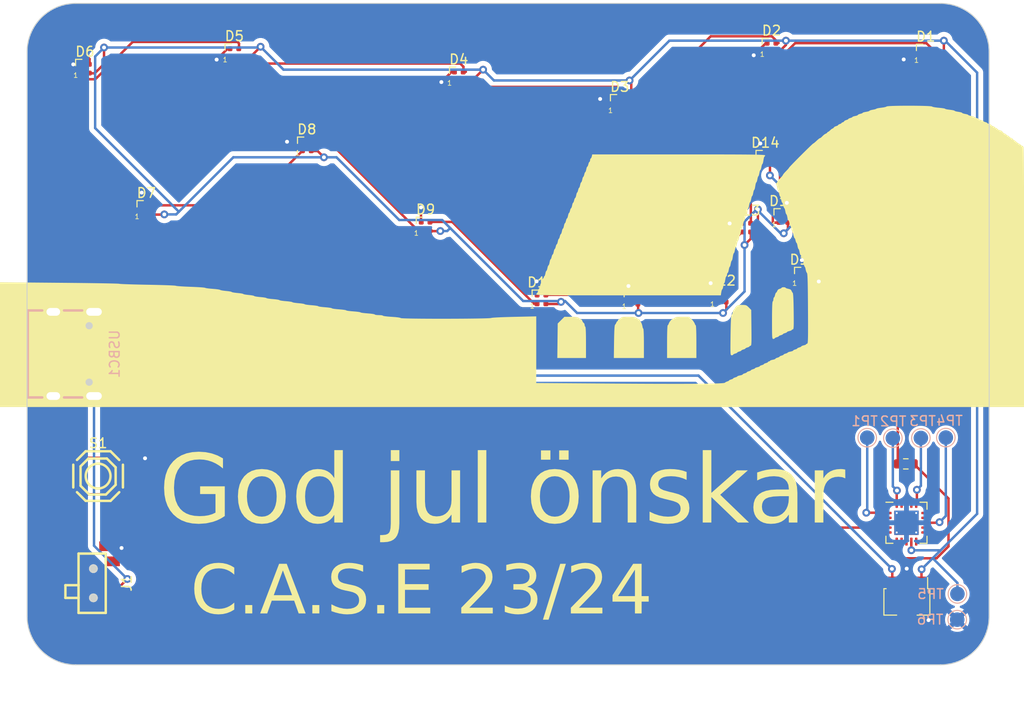
<source format=kicad_pcb>
(kicad_pcb (version 20240108) (generator "pcbnew") (generator_version "8.0")
  (layers (0 "F.Cu" signal) (31 "B.Cu" signal) (34 "B.Paste" user) (35 "F.Paste" user) (36 "B.SilkS" user "B.Silkscreen") (37 "F.SilkS" user "F.Silkscreen") (38 "B.Mask" user) (39 "F.Mask" user) (44 "Edge.Cuts" user))
  (net 0 "")
  (net 1 "Net-(D1-DOUT)")
  (net 2 "GND")
  (net 3 "Net-(D2-DOUT)")
  (net 4 "Net-(D3-DOUT)")
  (net 5 "Net-(D4-DOUT)")
  (net 6 "Net-(D5-DOUT)")
  (net 7 "Net-(D6-DOUT)")
  (net 8 "Net-(D7-DOUT)")
  (net 9 "Net-(D8-DOUT)")
  (net 10 "Net-(D10-DIN)")
  (net 11 "Net-(D10-DOUT)")
  (net 12 "Net-(D11-DOUT)")
  (net 13 "Net-(D12-DOUT)")
  (net 14 "Net-(D13-DOUT)")
  (net 15 "Net-(D14-DOUT)")
  (net 16 "Net-(D15-DOUT)")
  (net 24 "Net-(U1-PA4)")
  (net 27 "Net-(U1-~{RESET}{slash}PB3)")
  (net 31 "Net-(U1-PA6)")
  (net 33 "Net-(D1-DIN)")
  (net 34 "Net-(J1-COM)")
  (net 35 "Net-(U1-AREF{slash}PA0)")
  (net 36 "Net-(U1-PA5)")
  (net 38 "VCC_REG")
  (net 39 "Net-(U2-IN)")
  (net 43 "Net-(U1-PA1)")
  (footprint "LED_SMD:LED_SK6812_EC15_1.5x1.5mm" (layer "F.Cu") (at 149.020075 86.619201)
    (property "Reference" "D14")
    (property "Value" "SK6805")
  )
  (footprint "LED_SMD:LED_SK6812_EC15_1.5x1.5mm" (layer "F.Cu") (at 144.538947 100.789957)
    (property "Reference" "D12")
    (property "Value" "SK6805")
  )
  (footprint "Resistor_SMD:R_0603_1608Metric" (layer "F.Cu") (at 163.444654 117.873176 180)
    (property "Reference" "R1" (hide yes))
    (property "Value" "470" (hide yes))
  )
  (footprint "Package_TO_SOT_SMD:SOT-89-3" (layer "F.Cu") (at 163.554247 132.054485 -90)
    (property "Reference" "U2" (hide yes))
    (property "Value" "L78L05_SOT89" (hide yes))
  )
  (footprint "ProLib_pcs_2024-11-12:SW-SMD_3P-P1.50_L2.7-W6.6" (layer "F.Cu") (at 80.474644 130.139317 -90)
    (property "Reference" "J1")
    (property "Value" "SK-3296S-01-L1")
    (fp_poly (pts (xy -1.05 0.459) (xy -1.068228 0.33222) (xy -1.121436 0.215712) (xy -1.205313 0.118913) (xy -1.313063 0.049666) (xy -1.435958 0.01358) (xy -1.564042 0.01358) (xy -1.686937 0.049666) (xy -1.794687 0.118913) (xy -1.878564 0.215712) (xy -1.931772 0.33222) (xy -1.95 0.459) (xy -1.931772 0.58578) (xy -1.878564 0.702288) (xy -1.794687 0.799087) (xy -1.686937 0.868334) (xy -1.564042 0.90442) (xy -1.435958 0.90442) (xy -1.313063 0.868334) (xy -1.205313 0.799087) (xy -1.121436 0.702288) (xy -1.068228 0.58578)) (fill solid) (layer "Edge.Cuts"))
    (fp_poly (pts (xy 1.95 0.459) (xy 1.931772 0.33222) (xy 1.878564 0.215712) (xy 1.794687 0.118913) (xy 1.686937 0.049666) (xy 1.564042 0.01358) (xy 1.435958 0.01358) (xy 1.313063 0.049666) (xy 1.205313 0.118913) (xy 1.121436 0.215712) (xy 1.068228 0.33222) (xy 1.05 0.459) (xy 1.068228 0.58578) (xy 1.121436 0.702288) (xy 1.205313 0.799087) (xy 1.313063 0.868334) (xy 1.435958 0.90442) (xy 1.564042 0.90442) (xy 1.686937 0.868334) (xy 1.794687 0.799087) (xy 1.878564 0.702288) (xy 1.931772 0.58578)) (fill solid) (layer "Edge.Cuts"))
  )
  (footprint "LED_SMD:LED_SK6812_EC15_1.5x1.5mm" (layer "F.Cu") (at 114.130595 93.480523)
    (property "Reference" "D9")
    (property "Value" "SK6805")
  )
  (footprint "LED_SMD:LED_SK6812_EC15_1.5x1.5mm" (layer "F.Cu") (at 149.653278 75.098155)
    (property "Reference" "D2")
    (property "Value" "SK6805")
  )
  (footprint "LED_SMD:LED_SK6812_EC15_1.5x1.5mm" (layer "F.Cu") (at 150.864617 92.606466)
    (property "Reference" "D15")
    (property "Value" "SK6805")
  )
  (footprint "LED_SMD:LED_SK6812_EC15_1.5x1.5mm" (layer "F.Cu") (at 101.935621 85.2467)
    (property "Reference" "D8")
    (property "Value" "SK6805")
  )
  (footprint "gra:wwwwwwwwwwwwwwwwww" (layer "F.Cu") (at 122.974251 90.687729)
    (property "Reference" "G***" (hide yes))
    (property "Value" "LOGO" (hide yes))
  )
  (footprint "Package_DFN_QFN:QFN-20-1EP_4x4mm_P0.5mm_EP2.5x2.5mm_ThermalVias" (layer "F.Cu") (at 163.51041 123.922699)
    (property "Reference" "U1" (hide yes))
    (property "Value" "ATtiny44A-M" (hide yes))
  )
  (footprint "LED_SMD:LED_SK6812_EC15_1.5x1.5mm" (layer "F.Cu") (at 134.070128 80.8776)
    (property "Reference" "D3")
    (property "Value" "SK6805")
  )
  (footprint "LED_SMD:LED_SK6812_EC15_1.5x1.5mm" (layer "F.Cu") (at 94.493551 75.660598)
    (property "Reference" "D5")
    (property "Value" "SK6805")
  )
  (footprint "LED_SMD:LED_SK6812_EC15_1.5x1.5mm" (layer "F.Cu") (at 126.029939 100.9718)
    (property "Reference" "D10")
    (property "Value" "SK6805")
  )
  (footprint "LED_SMD:LED_SK6812_EC15_1.5x1.5mm" (layer "F.Cu") (at 165.493092 75.711875)
    (property "Reference" "D1")
    (property "Value" "SK6805")
  )
  (footprint "pushbutton:SW-SMD_4P-L5.1-W5.1-P3.70-LS6.5-TL_H1.5" (layer "F.Cu") (at 80.499405 119.124277)
    (property "Reference" "S1")
    (property "Value" "TS-1187A-B-A-B")
  )
  (footprint "LED_SMD:LED_SK6812_EC15_1.5x1.5mm" (layer "F.Cu") (at 85.452863 91.778432)
    (property "Reference" "D7")
    (property "Value" "SK6805")
  )
  (footprint "LED_SMD:LED_SK6812_EC15_1.5x1.5mm" (layer "F.Cu") (at 147.055928 93.593768)
    (property "Reference" "D13")
    (property "Value" "SK6805")
  )
  (footprint "LED_SMD:LED_SK6812_EC15_1.5x1.5mm" (layer "F.Cu") (at 117.541637 78.057412)
    (property "Reference" "D4")
    (property "Value" "SK6805")
  )
  (footprint "LED_SMD:LED_SK6812_EC15_1.5x1.5mm" (layer "F.Cu") (at 79.148571 77.260787)
    (property "Reference" "D6")
    (property "Value" "SK6805")
  )
  (footprint "LED_SMD:LED_SK6812_EC15_1.5x1.5mm" (layer "F.Cu") (at 152.975158 98.63382)
    (property "Reference" "D16")
    (property "Value" "SK6805")
  )
  (footprint "LED_SMD:LED_SK6812_EC15_1.5x1.5mm" (layer "F.Cu") (at 135.479275 101.010766)
    (property "Reference" "D11")
    (property "Value" "SK6805")
  )
  (footprint "TestPoint:TestPoint_Pad_D1.5mm" (layer "B.Cu") (at 162.113832 115.229697 180)
    (property "Reference" "TP2")
    (property "Value" "TestPoint2" (hide yes))
  )
  (footprint "TestPoint:TestPoint_Pad_D1.5mm" (layer "B.Cu") (at 164.99199 115.209818 180)
    (property "Reference" "TP3")
    (property "Value" "TestPoint3" (hide yes))
  )
  (footprint "TestPoint:TestPoint_Pad_D1.5mm" (layer "B.Cu") (at 159.481769 115.179092 180)
    (property "Reference" "TP1")
    (property "Value" "TestPoint1" (hide yes))
  )
  (footprint "TestPoint:TestPoint_Pad_D1.5mm" (layer "B.Cu") (at 168.723366 133.881067 180)
    (property "Reference" "TP6")
    (property "Value" "TestPoint6" (hide yes))
  )
  (footprint "usb_c:USB-C_SMD-TYPE-C-31-M-12" (layer "B.Cu") (at 78.374 106.575 90)
    (property "Reference" "USBC1")
    (property "Value" "TYPE-C-31-M-12")
    (fp_poly (pts (xy 3.275 1.2055) (xy 3.256646 1.321381) (xy 3.203381 1.425919) (xy 3.120419 1.508881) (xy 3.015881 1.562146) (xy 2.9 1.5805) (xy 2.784119 1.562146) (xy 2.679581 1.508881) (xy 2.596619 1.425919) (xy 2.543354 1.321381) (xy 2.525 1.2055) (xy 2.543354 1.089619) (xy 2.596619 0.985081) (xy 2.679581 0.902119) (xy 2.784119 0.848854) (xy 2.9 0.8305) (xy 3.015881 0.848854) (xy 3.120419 0.902119) (xy 3.203381 0.985081) (xy 3.256646 1.089619)) (fill solid) (layer "Edge.Cuts"))
    (fp_poly (pts (xy -2.525 1.2055) (xy -2.543354 1.321381) (xy -2.596619 1.425919) (xy -2.679581 1.508881) (xy -2.784119 1.562146) (xy -2.9 1.5805) (xy -3.015881 1.562146) (xy -3.120419 1.508881) (xy -3.203381 1.425919) (xy -3.256646 1.321381) (xy -3.275 1.2055) (xy -3.256646 1.089619) (xy -3.203381 0.985081) (xy -3.120419 0.902119) (xy -3.015881 0.848854) (xy -2.9 0.8305) (xy -2.784119 0.848854) (xy -2.679581 0.902119) (xy -2.596619 0.985081) (xy -2.543354 1.089619)) (fill solid) (layer "Edge.Cuts"))
  )
  (footprint "TestPoint:TestPoint_Pad_D1.5mm" (layer "B.Cu") (at 168.74385 131.234067 180)
    (property "Reference" "TP5")
    (property "Value" "TestPoint5" (hide yes))
  )
  (footprint "TestPoint:TestPoint_Pad_D1.5mm" (layer "B.Cu") (at 167.552501 115.16885 180)
    (property "Reference" "TP4")
    (property "Value" "TestPoint4" (hide yes))
  )
  (gr_arc (start 73.202279 75.548154) (mid 74.666746 72.012621) (end 78.202279 70.548154) (stroke (width 0.1)) (layer "Edge.Cuts"))
  (gr_line (start 73.202279 75.548154) (end 73.202279 133.519994) (stroke (width 0.1)) (layer "Edge.Cuts"))
  (gr_arc (start 78.202279 138.519994) (mid 74.666758 137.055523) (end 73.202279 133.519994) (stroke (width 0.1)) (layer "Edge.Cuts"))
  (gr_line (start 167.009027 70.548154) (end 78.202279 70.548154) (stroke (width 0.1)) (layer "Edge.Cuts"))
  (gr_arc (start 172.009027 133.519994) (mid 170.544568 137.055549) (end 167.009027 138.519994) (stroke (width 0.1)) (layer "Edge.Cuts"))
  (gr_arc (start 167.009027 70.548154) (mid 170.544522 72.012635) (end 172.009027 75.548154) (stroke (width 0.1)) (layer "Edge.Cuts"))
  (gr_line (start 172.009027 133.519994) (end 172.009027 75.548154) (stroke (width 0.1)) (layer "Edge.Cuts"))
  (gr_line (start 78.202279 138.519994) (end 167.009027 138.519994) (stroke (width 0.1)) (layer "Edge.Cuts"))
  (gr_text "C.A.S.E 23/24" (at 89.977554 134.0892 0) (layer "F.SilkS") (effects (font (size 5 5)) (justify left bottom)))
  (gr_text "God jul önskar" (at 121.977554 125.0892 0) (layer "F.SilkS") (effects (font (size 7 7)) (justify bottom)))
  (segment (start 149.178278 76.138845) (end 149.178278 75.573155) (width 0.25) (layer "F.Cu") (net 1))
  (segment (start 152.082905 74.636875) (end 150.546625 76.173155) (width 0.25) (layer "F.Cu") (net 1))
  (segment (start 165.968092 75.052367) (end 165.5526 74.636875) (width 0.25) (layer "F.Cu") (net 1))
  (segment (start 165.968092 75.236875) (end 165.968092 75.052367) (width 0.25) (layer "F.Cu") (net 1))
  (segment (start 149.212588 76.173155) (end 149.178278 76.138845) (width 0.25) (layer "F.Cu") (net 1))
  (segment (start 165.5526 74.636875) (end 152.082905 74.636875) (width 0.25) (layer "F.Cu") (net 1))
  (segment (start 150.546625 76.173155) (end 149.212588 76.173155) (width 0.25) (layer "F.Cu") (net 1))
  (segment (start 133.595128 80.4026) (end 132.084008 80.4026) (width 0.25) (layer "F.Cu") (net 2))
  (segment (start 149.083089 74.623155) (end 147.824793 75.881451) (width 0.25) (layer "F.Cu") (net 2))
  (segment (start 152.500158 97.203178) (end 152.770079 96.933257) (width 0.25) (layer "F.Cu") (net 2))
  (segment (start 113.655595 93.005523) (end 113.655595 91.523) (width 0.25) (layer "F.Cu") (net 2))
  (segment (start 149.178278 74.623155) (end 149.083089 74.623155) (width 0.25) (layer "F.Cu") (net 2))
  (segment (start 99.904356 84.7717) (end 99.900167 84.767511) (width 0.25) (layer "F.Cu") (net 2))
  (segment (start 144.063947 99.963593) (end 143.403227 99.302873) (width 0.25) (layer "F.Cu") (net 2))
  (segment (start 148.545075 84.98983) (end 148.503053 84.947808) (width 0.25) (layer "F.Cu") (net 2))
  (segment (start 93.813423 75.185598) (end 92.671121 76.3279) (width 0.25) (layer "F.Cu") (net 2))
  (segment (start 78.673571 76.785787) (end 77.981284 76.785787) (width 0.25) (layer "F.Cu") (net 2))
  (segment (start 77.981284 76.785787) (end 77.948335 76.818736) (width 0.25) (layer "F.Cu") (net 2))
  (segment (start 152.500158 98.15882) (end 152.500158 97.203178) (width 0.25) (layer "F.Cu") (net 2))
  (segment (start 145.397576 93.118768) (end 145.35215 93.164194) (width 0.25) (layer "F.Cu") (net 2))
  (segment (start 83.499405 117.249277) (end 85.270627 117.249277) (width 0.25) (layer "F.Cu") (net 2))
  (segment (start 132.084008 80.4026) (end 132.05311 80.371702) (width 0.25) (layer "F.Cu") (net 2))
  (segment (start 113.655595 91.523) (end 113.662829 91.515766) (width 0.25) (layer "F.Cu") (net 2))
  (segment (start 135.004275 99.635442) (end 134.963616 99.594783) (width 0.25) (layer "F.Cu") (net 2))
  (segment (start 163.51041 125.860199) (end 163.51041 123.922699) (width 0.25) (layer "F.Cu") (net 2))
  (segment (start 84.977863 89.996713) (end 84.978455 89.996121) (width 0.25) (layer "F.Cu") (net 2))
  (segment (start 150.389617 91.878559) (end 151.221584 91.046592) (width 0.25) (layer "F.Cu") (net 2))
  (segment (start 85.270627 117.249277) (end 85.318686 117.297336) (width 0.25) (layer "F.Cu") (net 2))
  (segment (start 150.389617 92.131466) (end 150.389617 91.878559) (width 0.25) (layer "F.Cu") (net 2))
  (segment (start 164.301152 75.236875) (end 163.227298 76.310729) (width 0.25) (layer "F.Cu") (net 2))
  (segment (start 84.977863 91.303432) (end 84.977863 89.996713) (width 0.25) (layer "F.Cu") (net 2))
  (segment (start 163.554247 131.707178) (end 163.554247 130.191985) (width 0.25) (layer "F.Cu") (net 2))
  (segment (start 135.004275 100.535766) (end 135.004275 99.635442) (width 0.25) (layer "F.Cu") (net 2))
  (segment (start 94.018551 75.185598) (end 93.813423 75.185598) (width 0.25) (layer "F.Cu") (net 2))
  (segment (start 165.776691 133.929622) (end 163.554247 131.707178) (width 0.25) (layer "F.Cu") (net 2))
  (segment (start 144.063947 100.314957) (end 144.063947 99.963593) (width 0.25) (layer "F.Cu") (net 2))
  (segment (start 165.018092 75.236875) (end 164.301152 75.236875) (width 0.25) (layer "F.Cu") (net 2))
  (segment (start 146.580928 93.118768) (end 145.397576 93.118768) (width 0.25) (layer "F.Cu") (net 2))
  (segment (start 101.460621 84.7717) (end 99.904356 84.7717) (width 0.25) (layer "F.Cu") (net 2))
  (segment (start 82.907011 126.515432) (end 82.907011 127.01595) (width 0.25) (layer "F.Cu") (net 2))
  (segment (start 83.499405 117.249277) (end 77.499405 117.249277) (width 0.25) (layer "F.Cu") (net 2))
  (segment (start 163.554247 128.655485) (end 163.536387 128.637625) (width 0.25) (layer "F.Cu") (net 2))
  (segment (start 125.554939 99.14085) (end 125.52808 99.113991) (width 0.25) (layer "F.Cu") (net 2))
  (segment (start 125.554939 100.4968) (end 125.554939 99.14085) (width 0.25) (layer "F.Cu") (net 2))
  (segment (start 163.554247 130.191985) (end 163.554247 128.655485) (width 0.25) (layer "F.Cu") (net 2))
  (segment (start 148.545075 86.144201) (end 148.545075 84.98983) (width 0.25) (layer "F.Cu") (net 2))
  (segment (start 82.907011 127.01595) (end 82.033644 127.889317) (width 0.25) (layer "F.Cu") (net 2))
  (segment (start 117.066637 77.582412) (end 116.804127 77.582412) (width 0.25) (layer "F.Cu") (net 2))
  (segment (start 116.804127 77.582412) (end 115.749121 78.637418) (width 0.25) (layer "F.Cu") (net 2))
  (via (at 84.978455 89.996121) (size 0.8) (drill 0.4) (layers "F.Cu" "B.Cu") (net 2))
  (via (at 113.662829 91.515766) (size 0.8) (drill 0.4) (layers "F.Cu" "B.Cu") (net 2))
  (via (at 77.948335 76.818736) (size 0.8) (drill 0.4) (layers "F.Cu" "B.Cu") (net 2))
  (via (at 82.907011 126.515432) (size 0.8) (drill 0.4) (layers "F.Cu" "B.Cu") (net 2))
  (via (at 85.318686 117.297336) (size 0.8) (drill 0.4) (layers "F.Cu" "B.Cu") (net 2))
  (via (at 148.503053 84.947808) (size 0.8) (drill 0.4) (layers "F.Cu" "B.Cu") (net 2))
  (via (at 152.770079 96.933257) (size 0.8) (drill 0.4) (layers "F.Cu" "B.Cu") (net 2))
  (via (at 132.05311 80.371702) (size 0.8) (drill 0.4) (layers "F.Cu" "B.Cu") (net 2))
  (via (at 145.35215 93.164194) (size 0.8) (drill 0.4) (layers "F.Cu" "B.Cu") (net 2))
  (via (at 134.963616 99.594783) (size 0.8) (drill 0.4) (layers "F.Cu" "B.Cu") (net 2))
  (via (at 165.776691 133.929622) (size 0.8) (drill 0.4) (layers "F.Cu" "B.Cu") (net 2))
  (via (at 92.671121 76.3279) (size 0.8) (drill 0.4) (layers "F.Cu" "B.Cu") (net 2))
  (via (at 147.824793 75.881451) (size 0.8) (drill 0.4) (layers "F.Cu" "B.Cu") (net 2))
  (via (at 143.403227 99.302873) (size 0.8) (drill 0.4) (layers "F.Cu" "B.Cu") (net 2))
  (via (at 163.536387 128.637625) (size 0.8) (drill 0.4) (layers "F.Cu" "B.Cu") (net 2))
  (via (at 163.227298 76.310729) (size 0.8) (drill 0.4) (layers "F.Cu" "B.Cu") (net 2))
  (via (at 125.52808 99.113991) (size 0.8) (drill 0.4) (layers "F.Cu" "B.Cu") (net 2))
  (via (at 99.900167 84.767511) (size 0.8) (drill 0.4) (layers "F.Cu" "B.Cu") (net 2))
  (via (at 151.221584 91.046592) (size 0.8) (drill 0.4) (layers "F.Cu" "B.Cu") (net 2))
  (via (at 115.749121 78.637418) (size 0.8) (drill 0.4) (layers "F.Cu" "B.Cu") (net 2))
  (segment (start 165.825246 133.881067) (end 165.776691 133.929622) (width 0.25) (layer "B.Cu") (net 2))
  (segment (start 150.378278 74.623155) (end 150.128278 74.623155) (width 0.25) (layer "F.Cu") (net 3))
  (segment (start 149.68479 73.929667) (end 143.412343 73.929667) (width 0.25) (layer "F.Cu") (net 3))
  (segment (start 150.128278 74.623155) (end 150.128278 74.373155) (width 0.25) (layer "F.Cu") (net 3))
  (segment (start 133.879079 82.161551) (end 133.595128 81.8776) (width 0.25) (layer "F.Cu") (net 3))
  (segment (start 143.412343 73.929667) (end 135.180459 82.161551) (width 0.25) (layer "F.Cu") (net 3))
  (segment (start 133.595128 81.8776) (end 133.595128 81.3526) (width 0.25) (layer "F.Cu") (net 3))
  (segment (start 150.128278 74.373155) (end 149.68479 73.929667) (width 0.25) (layer "F.Cu") (net 3))
  (segment (start 135.180459 82.161551) (end 133.879079 82.161551) (width 0.25) (layer "F.Cu") (net 3))
  (segment (start 133.79994 79.132412) (end 117.141637 79.132412) (width 0.25) (layer "F.Cu") (net 4))
  (segment (start 117.141637 79.132412) (end 117.066637 79.057412) (width 0.25) (layer "F.Cu") (net 4))
  (segment (start 134.545128 79.8776) (end 133.79994 79.132412) (width 0.25) (layer "F.Cu") (net 4))
  (segment (start 117.066637 79.057412) (end 117.066637 78.532412) (width 0.25) (layer "F.Cu") (net 4))
  (segment (start 134.545128 80.4026) (end 134.545128 79.8776) (width 0.25) (layer "F.Cu") (net 4))
  (segment (start 118.016637 77.057412) (end 117.694823 76.735598) (width 0.25) (layer "F.Cu") (net 5))
  (segment (start 117.694823 76.735598) (end 94.153445 76.735598) (width 0.25) (layer "F.Cu") (net 5))
  (segment (start 118.016637 77.582412) (end 118.016637 77.057412) (width 0.25) (layer "F.Cu") (net 5))
  (segment (start 94.153445 76.735598) (end 94.018551 76.600704) (width 0.25) (layer "F.Cu") (net 5))
  (segment (start 94.018551 76.600704) (end 94.018551 76.135598) (width 0.25) (layer "F.Cu") (net 5))
  (segment (start 118.266637 77.582412) (end 118.016637 77.582412) (width 0.25) (layer "F.Cu") (net 5))
  (segment (start 94.968551 74.660598) (end 94.817145 74.509192) (width 0.25) (layer "F.Cu") (net 6))
  (segment (start 94.817145 74.509192) (end 84.050166 74.509192) (width 0.25) (layer "F.Cu") (net 6))
  (segment (start 80.212418 78.34694) (end 78.759724 78.34694) (width 0.25) (layer "F.Cu") (net 6))
  (segment (start 78.759724 78.34694) (end 78.673571 78.260787) (width 0.25) (layer "F.Cu") (net 6))
  (segment (start 84.050166 74.509192) (end 80.212418 78.34694) (width 0.25) (layer "F.Cu") (net 6))
  (segment (start 78.673571 78.260787) (end 78.673571 77.735787) (width 0.25) (layer "F.Cu") (net 6))
  (segment (start 94.968551 75.185598) (end 94.968551 74.660598) (width 0.25) (layer "F.Cu") (net 6))
  (segment (start 77.174176 76.568296) (end 77.174176 84.699745) (width 0.25) (layer "F.Cu") (net 7))
  (segment (start 84.727863 92.253432) (end 84.977863 92.253432) (width 0.25) (layer "F.Cu") (net 7))
  (segment (start 79.09828 75.735496) (end 78.006976 75.735496) (width 0.25) (layer "F.Cu") (net 7))
  (segment (start 79.623571 76.785787) (end 79.623571 76.260787) (width 0.25) (layer "F.Cu") (net 7))
  (segment (start 77.174176 84.699745) (end 84.727863 92.253432) (width 0.25) (layer "F.Cu") (net 7))
  (segment (start 78.006976 75.735496) (end 77.174176 76.568296) (width 0.25) (layer "F.Cu") (net 7))
  (segment (start 79.623571 76.260787) (end 79.09828 75.735496) (width 0.25) (layer "F.Cu") (net 7))
  (segment (start 95.878889 91.303432) (end 101.460621 85.7217) (width 0.25) (layer "F.Cu") (net 8))
  (segment (start 85.927863 91.303432) (end 95.878889 91.303432) (width 0.25) (layer "F.Cu") (net 8))
  (segment (start 102.410621 84.7717) (end 104.221772 84.7717) (width 0.25) (layer "F.Cu") (net 9))
  (segment (start 104.221772 84.7717) (end 113.405595 93.955523) (width 0.25) (layer "F.Cu") (net 9))
  (segment (start 113.405595 93.955523) (end 113.655595 93.955523) (width 0.25) (layer "F.Cu") (net 9))
  (segment (start 114.605595 93.005523) (end 116.863662 93.005523) (width 0.25) (layer "F.Cu") (net 10))
  (segment (start 125.304939 101.4468) (end 125.554939 101.4468) (width 0.25) (layer "F.Cu") (net 10))
  (segment (start 116.863662 93.005523) (end 125.304939 101.4468) (width 0.25) (layer "F.Cu") (net 10))
  (segment (start 126.504939 100.4968) (end 133.765309 100.4968) (width 0.25) (layer "F.Cu") (net 11))
  (segment (start 134.754275 101.485766) (end 135.004275 101.485766) (width 0.25) (layer "F.Cu") (net 11))
  (segment (start 133.765309 100.4968) (end 134.754275 101.485766) (width 0.25) (layer "F.Cu") (net 11))
  (segment (start 143.084756 100.535766) (end 143.813947 101.264957) (width 0.25) (layer "F.Cu") (net 12))
  (segment (start 135.954275 100.535766) (end 143.084756 100.535766) (width 0.25) (layer "F.Cu") (net 12))
  (segment (start 143.813947 101.264957) (end 144.063947 101.264957) (width 0.25) (layer "F.Cu") (net 12))
  (segment (start 145.013947 100.314957) (end 145.013947 95.635749) (width 0.25) (layer "F.Cu") (net 13))
  (segment (start 145.013947 95.635749) (end 146.580928 94.068768) (width 0.25) (layer "F.Cu") (net 13))
  (segment (start 147.530928 88.108348) (end 148.545075 87.094201) (width 0.25) (layer "F.Cu") (net 14))
  (segment (start 147.530928 93.118768) (end 147.530928 88.108348) (width 0.25) (layer "F.Cu") (net 14))
  (segment (start 150.020075 86.144201) (end 150.523524 86.64765) (width 0.25) (layer "F.Cu") (net 15))
  (segment (start 149.495075 86.144201) (end 150.020075 86.144201) (width 0.25) (layer "F.Cu") (net 15))
  (segment (start 149.864617 93.081466) (end 150.389617 93.081466) (width 0.25) (layer "F.Cu") (net 15))
  (segment (start 150.523524 90.797559) (end 149.789617 91.531466) (width 0.25) (layer "F.Cu") (net 15))
  (segment (start 149.789617 93.006466) (end 149.864617 93.081466) (width 0.25) (layer "F.Cu") (net 15))
  (segment (start 150.523524 86.64765) (end 150.523524 90.797559) (width 0.25) (layer "F.Cu") (net 15))
  (segment (start 149.789617 91.531466) (end 149.789617 93.006466) (width 0.25) (layer "F.Cu") (net 15))
  (segment (start 151.339617 92.131466) (end 151.589617 92.131466) (width 0.25) (layer "F.Cu") (net 16))
  (segment (start 151.900158 97.55882) (end 151.900158 98.847921) (width 0.25) (layer "F.Cu") (net 16))
  (segment (start 151.940142 97.518836) (end 151.900158 97.55882) (width 0.25) (layer "F.Cu") (net 16))
  (segment (start 152.161057 99.10882) (end 152.500158 99.10882) (width 0.25) (layer "F.Cu") (net 16))
  (segment (start 151.900158 98.847921) (end 152.161057 99.10882) (width 0.25) (layer "F.Cu") (net 16))
  (segment (start 151.589617 92.131466) (end 151.940142 92.481991) (width 0.25) (layer "F.Cu") (net 16))
  (segment (start 151.940142 92.481991) (end 151.940142 97.518836) (width 0.25) (layer "F.Cu") (net 16))
  (segment (start 161.541564 122.891353) (end 161.57291 122.922699) (width 0.25) (layer "F.Cu") (net 24))
  (segment (start 159.384469 122.891353) (end 161.541564 122.891353) (width 0.25) (layer "F.Cu") (net 24))
  (via (at 159.384469 122.891353) (size 0.8) (drill 0.4) (layers "F.Cu" "B.Cu") (net 24))
  (segment (start 159.481769 122.794053) (end 159.384469 122.891353) (width 0.25) (layer "B.Cu") (net 24))
  (segment (start 159.481769 115.179092) (end 159.481769 122.794053) (width 0.25) (layer "B.Cu") (net 24))
  (segment (start 166.848898 123.922699) (end 165.44791 123.922699) (width 0.25) (layer "F.Cu") (net 27))
  (segment (start 166.907251 123.864346) (end 166.848898 123.922699) (width 0.25) (layer "F.Cu") (net 27))
  (via (at 166.907251 123.864346) (size 0.8) (drill 0.4) (layers "F.Cu" "B.Cu") (net 27))
  (segment (start 167.552501 123.219096) (end 166.907251 123.864346) (width 0.25) (layer "B.Cu") (net 27))
  (segment (start 167.552501 115.16885) (end 167.552501 123.219096) (width 0.25) (layer "B.Cu") (net 27))
  (segment (start 164.582306 121.913303) (end 164.51041 121.985199) (width 0.25) (layer "F.Cu") (net 31))
  (segment (start 164.582306 120.535681) (end 164.582306 121.913303) (width 0.25) (layer "F.Cu") (net 31))
  (via (at 164.582306 120.535681) (size 0.8) (drill 0.4) (layers "F.Cu" "B.Cu") (net 31))
  (segment (start 164.99199 115.209818) (end 164.99199 120.125997) (width 0.25) (layer "B.Cu") (net 31))
  (segment (start 164.99199 120.125997) (end 164.582306 120.535681) (width 0.25) (layer "B.Cu") (net 31))
  (segment (start 162.619654 117.873176) (end 162.619654 84.454609) (width 0.25) (layer "F.Cu") (net 33))
  (segment (start 162.619654 84.454609) (end 165.018092 82.056171) (width 0.25) (layer "F.Cu") (net 33))
  (segment (start 165.018092 82.056171) (end 165.018092 76.186875) (width 0.25) (layer "F.Cu") (net 33))
  (segment (start 82.310683 130.889317) (end 82.033644 130.889317) (width 0.25) (layer "F.Cu") (net 34))
  (segment (start 83.5 129.7) (end 82.310683 130.889317) (width 0.25) (layer "F.Cu") (net 34))
  (via (at 83.5 129.7) (size 0.8) (drill 0.4) (layers "F.Cu" "B.Cu") (net 34))
  (segment (start 79.0775 109.8975) (end 79.0775 103.2525) (width 0.254) (layer "B.Cu") (net 34))
  (segment (start 80.08 110.693) (end 80.848 109.925) (width 0.254) (layer "B.Cu") (net 34))
  (segment (start 83.5 129.7) (end 80.08 126.28) (width 0.25) (layer "B.Cu") (net 34))
  (segment (start 75.9 102.25) (end 80.08 102.25) (width 0.254) (layer "B.Cu") (net 34))
  (segment (start 80.08 110.9) (end 79.0775 109.8975) (width 0.254) (layer "B.Cu") (net 34))
  (segment (start 80.08 102.25) (end 80.08 102.757) (width 0.254) (layer "B.Cu") (net 34))
  (segment (start 80.08 102.757) (end 80.848 103.525) (width 0.254) (layer "B.Cu") (net 34))
  (segment (start 79.0775 103.2525) (end 80.08 102.25) (width 0.254) (layer "B.Cu") (net 34))
  (segment (start 80.08 110.9) (end 80.08 110.693) (width 0.254) (layer "B.Cu") (net 34))
  (segment (start 80.08 126.28) (end 80.08 110.9) (width 0.25) (layer "B.Cu") (net 34))
  (segment (start 75.9 110.9) (end 80.08 110.9) (width 0.254) (layer "B.Cu") (net 34))
  (segment (start 166.599977 127.574844) (end 162.810501 127.574844) (width 0.25) (layer "F.Cu") (net 35))
  (segment (start 161.57291 126.337253) (end 161.57291 124.922699) (width 0.25) (layer "F.Cu") (net 35))
  (segment (start 162.810501 127.574844) (end 161.57291 126.337253) (width 0.25) (layer "F.Cu") (net 35))
  (segment (start 164.269654 117.873176) (end 167.827417 121.430939) (width 0.25) (layer "F.Cu") (net 35))
  (segment (start 167.827417 126.347404) (end 166.599977 127.574844) (width 0.25) (layer "F.Cu") (net 35))
  (segment (start 167.827417 121.430939) (end 167.827417 126.347404) (width 0.25) (layer "F.Cu") (net 35))
  (segment (start 162.51041 120.636401) (end 162.536251 120.61056) (width 0.25) (layer "F.Cu") (net 36))
  (segment (start 162.51041 121.985199) (end 162.51041 120.636401) (width 0.25) (layer "F.Cu") (net 36))
  (via (at 162.536251 120.61056) (size 0.8) (drill 0.4) (layers "F.Cu" "B.Cu") (net 36))
  (segment (start 162.113832 115.229697) (end 162.113832 120.188141) (width 0.25) (layer "B.Cu") (net 36))
  (segment (start 162.113832 120.188141) (end 162.536251 120.61056) (width 0.25) (layer "B.Cu") (net 36))
  (segment (start 145.013947 101.264957) (end 145.013947 102.026208) (width 0.25) (layer "F.Cu") (net 38))
  (segment (start 103.045096 85.7217) (end 103.690078 86.366682) (width 0.25) (layer "F.Cu") (net 38))
  (segment (start 145.013947 102.026208) (end 144.674382 102.365773) (width 0.25) (layer "F.Cu") (net 38))
  (segment (start 81.108509 76.775849) (end 81.108509 75.084343) (width 0.25) (layer "F.Cu") (net 38))
  (segment (start 114.605595 93.955523) (end 115.627463 93.955523) (width 0.25) (layer "F.Cu") (net 38))
  (segment (start 79.623571 77.735787) (end 80.148571 77.735787) (width 0.25) (layer "F.Cu") (net 38))
  (segment (start 165.054247 128.717385) (end 165.069063 128.702569) (width 0.25) (layer "F.Cu") (net 38))
  (segment (start 164.01041 125.860199) (end 164.01041 126.750408) (width 0.25) (layer "F.Cu") (net 38))
  (segment (start 151.339617 93.744683) (end 150.909156 94.175144) (width 0.25) (layer "F.Cu") (net 38))
  (segment (start 147.530928 94.068768) (end 147.530928 94.730418) (width 0.25) (layer "F.Cu") (net 38))
  (segment (start 126.504939 101.4468) (end 127.810554 101.4468) (width 0.25) (layer "F.Cu") (net 38))
  (segment (start 164.01041 126.750408) (end 164.012858 126.752856) (width 0.25) (layer "F.Cu") (net 38))
  (segment (start 85.927863 92.253432) (end 87.280076 92.253432) (width 0.25) (layer "F.Cu") (net 38))
  (segment (start 127.810554 101.4468) (end 128.036054 101.2213) (width 0.25) (layer "F.Cu") (net 38))
  (segment (start 153.450158 99.10882) (end 154.486313 99.10882) (width 0.25) (layer "F.Cu") (net 38))
  (segment (start 149.495075 87.094201) (end 149.495075 88.222808) (width 0.25) (layer "F.Cu") (net 38))
  (segment (start 118.016637 78.532412) (end 118.864636 78.532412) (width 0.25) (layer "F.Cu") (net 38))
  (segment (start 87.280076 92.253432) (end 87.298702 92.234806) (width 0.25) (layer "F.Cu") (net 38))
  (segment (start 96.055099 76.135598) (end 97.184287 75.00641) (width 0.25) (layer "F.Cu") (net 38))
  (segment (start 147.780928 94.068768) (end 147.530928 94.068768) (width 0.25) (layer "F.Cu") (net 38))
  (segment (start 154.486313 99.10882) (end 154.506508 99.129015) (width 0.25) (layer "F.Cu") (net 38))
  (segment (start 135.249085 80.898643) (end 135.249085 78.64283) (width 0.25) (layer "F.Cu") (net 38))
  (segment (start 102.410621 85.7217) (end 103.045096 85.7217) (width 0.25) (layer "F.Cu") (net 38))
  (segment (start 80.148571 77.735787) (end 81.108509 76.775849) (width 0.25) (layer "F.Cu") (net 38))
  (segment (start 150.378278 75.573155) (end 151.132381 74.819052) (width 0.25) (layer "F.Cu") (net 38))
  (segment (start 135.954275 102.324019) (end 135.996029 102.365773) (width 0.25) (layer "F.Cu") (net 38))
  (segment (start 166.493092 76.186875) (end 167.350514 75.329453) (width 0.25) (layer "F.Cu") (net 38))
  (segment (start 151.132381 74.819052) (end 151.132381 74.379704) (width 0.25) (layer "F.Cu") (net 38))
  (segment (start 165.054247 130.104485) (end 165.054247 128.717385) (width 0.25) (layer "F.Cu") (net 38))
  (segment (start 150.128278 75.573155) (end 150.378278 75.573155) (width 0.25) (layer "F.Cu") (net 38))
  (segment (start 135.249085 78.64283) (end 135.077424 78.471169) (width 0.25) (layer "F.Cu") (net 38))
  (segment (start 149.495075 88.222808) (end 149.488244 88.229639) (width 0.25) (layer "F.Cu") (net 38))
  (segment (start 148.255428 91.719722) (end 148.255428 93.594268) (width 0.25) (layer "F.Cu") (net 38))
  (segment (start 94.968551 76.135598) (end 96.055099 76.135598) (width 0.25) (layer "F.Cu") (net 38))
  (segment (start 135.954275 101.485766) (end 135.954275 102.324019) (width 0.25) (layer "F.Cu") (net 38))
  (segment (start 134.545128 81.3526) (end 134.795128 81.3526) (width 0.25) (layer "F.Cu") (net 38))
  (segment (start 134.795128 81.3526) (end 135.249085 80.898643) (width 0.25) (layer "F.Cu") (net 38))
  (segment (start 151.339617 93.081466) (end 151.339617 93.744683) (width 0.25) (layer "F.Cu") (net 38))
  (segment (start 167.350514 75.329453) (end 167.350514 74.379704) (width 0.25) (layer "F.Cu") (net 38))
  (segment (start 118.864636 78.532412) (end 120.03642 77.360628) (width 0.25) (layer "F.Cu") (net 38))
  (segment (start 148.255428 93.594268) (end 147.780928 94.068768) (width 0.25) (layer "F.Cu") (net 38))
  (segment (start 165.968092 76.186875) (end 166.493092 76.186875) (width 0.25) (layer "F.Cu") (net 38))
  (segment (start 147.530928 94.730418) (end 146.884223 95.377123) (width 0.25) (layer "F.Cu") (net 38))
  (segment (start 115.627463 93.955523) (end 115.639653 93.943333) (width 0.25) (layer "F.Cu") (net 38))
  (via (at 167.350514 74.379704) (size 0.8) (drill 0.4) (layers "F.Cu" "B.Cu") (net 38))
  (via (at 128.036054 101.2213) (size 0.8) (drill 0.4) (layers "F.Cu" "B.Cu") (net 38))
  (via (at 144.674382 102.365773) (size 0.8) (drill 0.4) (layers "F.Cu" "B.Cu") (net 38))
  (via (at 164.012858 126.752856) (size 0.8) (drill 0.4) (layers "F.Cu" "B.Cu") (net 38))
  (via (at 81.108509 75.084343) (size 0.8) (drill 0.4) (layers "F.Cu" "B.Cu") (net 38))
  (via (at 149.488244 88.229639) (size 0.8) (drill 0.4) (layers "F.Cu" "B.Cu") (net 38))
  (via (at 146.884223 95.377123) (size 0.8) (drill 0.4) (layers "F.Cu" "B.Cu") (net 38))
  (via (at 120.03642 77.360628) (size 0.8) (drill 0.4) (layers "F.Cu" "B.Cu") (net 38))
  (via (at 87.298702 92.234806) (size 0.8) (drill 0.4) (layers "F.Cu" "B.Cu") (net 38))
  (via (at 154.506508 99.129015) (size 0.8) (drill 0.4) (layers "F.Cu" "B.Cu") (net 38))
  (via (at 148.255428 91.719722) (size 0.8) (drill 0.4) (layers "F.Cu" "B.Cu") (net 38))
  (via (at 150.909156 94.175144) (size 0.8) (drill 0.4) (layers "F.Cu" "B.Cu") (net 38))
  (via (at 97.184287 75.00641) (size 0.8) (drill 0.4) (layers "F.Cu" "B.Cu") (net 38))
  (via (at 135.996029 102.365773) (size 0.8) (drill 0.4) (layers "F.Cu" "B.Cu") (net 38))
  (via (at 135.077424 78.471169) (size 0.8) (drill 0.4) (layers "F.Cu" "B.Cu") (net 38))
  (via (at 115.639653 93.943333) (size 0.8) (drill 0.4) (layers "F.Cu" "B.Cu") (net 38))
  (via (at 151.132381 74.379704) (size 0.8) (drill 0.4) (layers "F.Cu" "B.Cu") (net 38))
  (via (at 103.690078 86.366682) (size 0.8) (drill 0.4) (layers "F.Cu" "B.Cu") (net 38))
  (via (at 165.069063 128.702569) (size 0.8) (drill 0.4) (layers "F.Cu" "B.Cu") (net 38))
  (segment (start 168.74385 131.234067) (end 168.74385 130.102891) (width 0.25) (layer "B.Cu") (net 38))
  (segment (start 88.517851 92.234806) (end 88.79228 91.960377) (width 0.25) (layer "B.Cu") (net 38))
  (segment (start 166.853232 126.752856) (end 166.936004 126.835628) (width 0.25) (layer "B.Cu") (net 38))
  (segment (start 146.884223 92.966644) (end 148.131145 91.719722) (width 0.25) (layer "B.Cu") (net 38))
  (segment (start 111.423237 92.810779) (end 115.829276 92.810779) (width 0.25) (layer "B.Cu") (net 38))
  (segment (start 97.106354 75.084343) (end 81.108509 75.084343) (width 0.25) (layer "B.Cu") (net 38))
  (segment (start 97.184287 75.00641) (end 97.106354 75.084343) (width 0.25) (layer "B.Cu") (net 38))
  (segment (start 120.03642 77.360628) (end 99.538505 77.360628) (width 0.25) (layer "B.Cu") (net 38))
  (segment (start 104.97914 86.366682) (end 111.423237 92.810779) (width 0.25) (layer "B.Cu") (net 38))
  (segment (start 139.168889 74.379704) (end 135.077424 78.471169) (width 0.25) (layer "B.Cu") (net 38))
  (segment (start 152.557829 91.470445) (end 154.658041 93.570657) (width 0.25) (layer "B.Cu") (net 38))
  (segment (start 115.829276 92.810779) (end 116.657043 93.638546) (width 0.25) (layer "B.Cu") (net 38))
  (segment (start 121.146961 78.471169) (end 120.03642 77.360628) (width 0.25) (layer "B.Cu") (net 38))
  (segment (start 164.012858 126.752856) (end 166.853232 126.752856) (width 0.25) (layer "B.Cu") (net 38))
  (segment (start 165.069063 128.702569) (end 166.206295 127.565336) (width 0.25) (layer "B.Cu") (net 38))
  (segment (start 146.884223 95.377123) (end 146.884223 92.966644) (width 0.25) (layer "B.Cu") (net 38))
  (segment (start 80.194966 76.005034) (end 80.194966 83.363064) (width 0.25) (layer "B.Cu") (net 38))
  (segment (start 149.488244 88.229639) (end 152.557829 91.299224) (width 0.25) (layer "B.Cu") (net 38))
  (segment (start 151.946584 93.137716) (end 151.946584 92.08169) (width 0.25) (layer "B.Cu") (net 38))
  (segment (start 81.108509 75.084343) (end 81.108509 75.091491) (width 0.25) (layer "B.Cu") (net 38))
  (segment (start 154.658041 93.570657) (end 154.658041 97.464457) (width 0.25) (layer "B.Cu") (net 38))
  (segment (start 144.674382 102.365773) (end 146.884223 100.155932) (width 0.25) (layer "B.Cu") (net 38))
  (segment (start 150.909156 94.175144) (end 151.946584 93.137716) (width 0.25) (layer "B.Cu") (net 38))
  (segment (start 146.884223 100.155932) (end 146.884223 95.377123) (width 0.25) (layer "B.Cu") (net 38))
  (segment (start 166.936004 126.835628) (end 170.766655 123.004977) (width 0.25) (layer "B.Cu") (net 38))
  (segment (start 135.077424 78.471169) (end 121.146961 78.471169) (width 0.25) (layer "B.Cu") (net 38))
  (segment (start 151.946584 92.08169) (end 152.557829 91.470445) (width 0.25) (layer "B.Cu") (net 38))
  (segment (start 94.385975 86.366682) (end 103.690078 86.366682) (width 0.25) (layer "B.Cu") (net 38))
  (segment (start 150.586567 94.175144) (end 148.131145 91.719722) (width 0.25) (layer "B.Cu") (net 38))
  (segment (start 129.685638 102.365773) (end 135.996029 102.365773) (width 0.25) (layer "B.Cu") (net 38))
  (segment (start 167.350514 74.379704) (end 152.125194 74.379704) (width 0.25) (layer "B.Cu") (net 38))
  (segment (start 124.156534 101.138037) (end 128.457902 101.138037) (width 0.25) (layer "B.Cu") (net 38))
  (segment (start 99.538505 77.360628) (end 97.184287 75.00641) (width 0.25) (layer "B.Cu") (net 38))
  (segment (start 152.125194 74.379704) (end 151.132381 74.379704) (width 0.25) (layer "B.Cu") (net 38))
  (segment (start 150.909156 94.175144) (end 150.586567 94.175144) (width 0.25) (layer "B.Cu") (net 38))
  (segment (start 80.194966 83.363064) (end 88.79228 91.960377) (width 0.25) (layer "B.Cu") (net 38))
  (segment (start 166.206295 127.565336) (end 166.936004 126.835628) (width 0.25) (layer "B.Cu") (net 38))
  (segment (start 116.657043 93.638546) (end 124.156534 101.138037) (width 0.25) (layer "B.Cu") (net 38))
  (segment (start 170.766655 123.004977) (end 170.766655 77.66843) (width 0.25) (layer "B.Cu") (net 38))
  (segment (start 135.996029 102.365773) (end 144.674382 102.365773) (width 0.25) (layer "B.Cu") (net 38))
  (segment (start 116.352256 93.943333) (end 116.657043 93.638546) (width 0.25) (layer "B.Cu") (net 38))
  (segment (start 168.15984 75.061615) (end 167.477929 74.379704) (width 0.25) (layer "B.Cu") (net 38))
  (segment (start 154.506508 99.129015) (end 154.506508 97.61599) (width 0.25) (layer "B.Cu") (net 38))
  (segment (start 103.690078 86.366682) (end 104.97914 86.366682) (width 0.25) (layer "B.Cu") (net 38))
  (segment (start 128.457902 101.138037) (end 129.685638 102.365773) (width 0.25) (layer "B.Cu") (net 38))
  (segment (start 81.108509 75.091491) (end 80.194966 76.005034) (width 0.25) (layer "B.Cu") (net 38))
  (segment (start 152.557829 91.299224) (end 152.557829 91.470445) (width 0.25) (layer "B.Cu") (net 38))
  (segment (start 151.132381 74.379704) (end 139.168889 74.379704) (width 0.25) (layer "B.Cu") (net 38))
  (segment (start 168.74385 130.102891) (end 166.206295 127.565336) (width 0.25) (layer "B.Cu") (net 38))
  (segment (start 167.477929 74.379704) (end 167.350514 74.379704) (width 0.25) (layer "B.Cu") (net 38))
  (segment (start 170.766655 77.66843) (end 168.15984 75.061615) (width 0.25) (layer "B.Cu") (net 38))
  (segment (start 87.298702 92.234806) (end 88.517851 92.234806) (width 0.25) (layer "B.Cu") (net 38))
  (segment (start 88.79228 91.960377) (end 94.385975 86.366682) (width 0.25) (layer "B.Cu") (net 38))
  (segment (start 115.639653 93.943333) (end 116.352256 93.943333) (width 0.25) (layer "B.Cu") (net 38))
  (segment (start 154.506508 97.61599) (end 154.658041 97.464457) (width 0.25) (layer "B.Cu") (net 38))
  (segment (start 162.054247 130.104485) (end 162.054247 128.701149) (width 0.25) (layer "F.Cu") (net 39))
  (segment (start 162.054247 128.701149) (end 162.0167 128.663602) (width 0.25) (layer "F.Cu") (net 39))
  (via (at 162.0167 128.663602) (size 0.8) (drill 0.4) (layers "F.Cu" "B.Cu") (net 39))
  (segment (start 81.825 104.348) (end 81.802 104.325) (width 0.254) (layer "B.Cu") (net 39))
  (segment (start 81.802 104.325) (end 80.848 104.325) (width 0.254) (layer "B.Cu") (net 39))
  (segment (start 81.825 108.802) (end 142.155098 108.802) (width 0.254) (layer "B.Cu") (net 39))
  (segment (start 81.802 108.825) (end 81.825 108.802) (width 0.254) (layer "B.Cu") (net 39))
  (segment (start 80.848 108.825) (end 81.802 108.825) (width 0.254) (layer "B.Cu") (net 39))
  (segment (start 142.155098 108.802) (end 162.0167 128.663602) (width 0.254) (layer "B.Cu") (net 39))
  (segment (start 81.825 108.802) (end 81.825 104.348) (width 0.254) (layer "B.Cu") (net 39))
  (segment (start 83.499405 120.999277) (end 77.499405 120.999277) (width 0.25) (layer "F.Cu") (net 43))
  (segment (start 161.57291 124.422699) (end 90.122699 124.422699) (width 0.25) (layer "F.Cu") (net 43))
  (segment (start 86.699277 120.999277) (end 83.499405 120.999277) (width 0.25) (layer "F.Cu") (net 43))
  (segment (start 90.122699 124.422699) (end 86.699277 120.999277) (width 0.25) (layer "F.Cu") (net 43))
  (zone (net 2) (net_name "GND") (layer "B.Cu") (connect_pads (clearance 0.5)) (min_thickness 0.25) (fill yes (thermal_gap 0.5) (thermal_bridge_width 0.5))
    (polygon (pts (xy 72.774622 70.55198) (xy 172.871741 70.20199) (xy 173.688385 140.549966) (xy 72.424632 142.883232)))
  )
)
</source>
